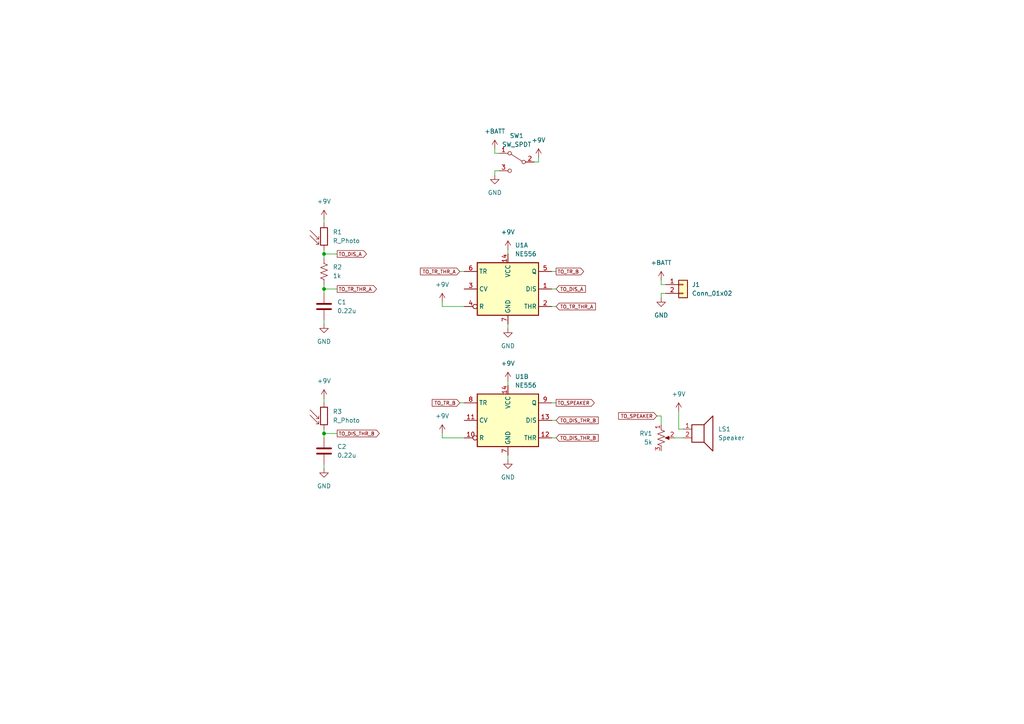
<source format=kicad_sch>
(kicad_sch (version 20211123) (generator eeschema)
  (paper "A4")
  (title_block (title "Business Card") (date "2022-08-22") (rev "2.0"))
  (lib_symbols
    (symbol "Connector_Generic:Conn_01x02" (pin_names (offset 1.016) hide)
      (property "Reference" "J" (at 0 2.54 0))
      (property "Value" "Conn_01x02" (at 0 -5.08 0))
      (symbol "Conn_01x02_1_1"
        (rectangle (start -1.27 -2.413) (end 0 -2.667) (stroke (width 0.1524)))
        (rectangle (start -1.27 0.127) (end 0 -0.127) (stroke (width 0.1524)))
        (rectangle (start -1.27 1.27) (end 1.27 -3.81) (stroke (width 0.254)) (fill (type background)))
        (pin passive line (at -5.08 0 0) (length 3.81) (name "Pin_1") (number "1"))
        (pin passive line (at -5.08 -2.54 0) (length 3.81) (name "Pin_2") (number "2"))
      )
    )
    (symbol "Device:C" (pin_numbers hide) (pin_names (offset 0.254))
      (property "Reference" "C" (at 0.635 2.54 0))
      (property "Value" "C" (at 0.635 -2.54 0))
      (symbol "C_0_1"
        (polyline (pts (xy -2.032 -0.762) (xy 2.032 -0.762)) (stroke (width 0.508)))
        (polyline (pts (xy -2.032 0.762) (xy 2.032 0.762)) (stroke (width 0.508)))
      )
      (symbol "C_1_1"
        (pin passive line (at 0 3.81 270) (length 2.794) (name "~") (number "1"))
        (pin passive line (at 0 -3.81 90) (length 2.794) (name "~") (number "2"))
      )
    )
    (symbol "Device:R_Photo" (pin_numbers hide) (pin_names (offset 0))
      (property "Reference" "R" (at 1.27 1.27 0))
      (property "Value" "R_Photo" (at 1.27 0 0))
      (symbol "R_Photo_0_1"
        (rectangle (start -1.016 2.54) (end 1.016 -2.54) (stroke (width 0.254)))
        (polyline (pts (xy -1.524 -2.286) (xy -4.064 0.254)))
        (polyline (pts (xy -1.524 -2.286) (xy -2.286 -2.286)))
        (polyline (pts (xy -1.524 -2.286) (xy -1.524 -1.524)))
        (polyline (pts (xy -1.524 -0.762) (xy -4.064 1.778)))
        (polyline (pts (xy -1.524 -0.762) (xy -2.286 -0.762)))
        (polyline (pts (xy -1.524 -0.762) (xy -1.524 0)))
      )
      (symbol "R_Photo_1_1"
        (pin passive line (at 0 3.81 270) (length 1.27) (name "~") (number "1"))
        (pin passive line (at 0 -3.81 90) (length 1.27) (name "~") (number "2"))
      )
    )
    (symbol "Device:R_Potentiometer_US" (pin_names (offset 1.016) hide)
      (property "Reference" "RV" (at -4.445 0 90))
      (property "Value" "R_Potentiometer_US" (at -2.54 0 90))
      (symbol "R_Potentiometer_US_0_1"
        (polyline (pts (xy 0 -2.286) (xy 0 -2.54)))
        (polyline (pts (xy 0 2.54) (xy 0 2.286)))
        (polyline (pts (xy 2.54 0) (xy 1.524 0)))
        (polyline (pts (xy 1.143 0) (xy 2.286 0.508) (xy 2.286 -0.508) (xy 1.143 0)) (fill (type outline)))
        (polyline (pts (xy 0 -0.762) (xy 1.016 -1.143) (xy 0 -1.524) (xy -1.016 -1.905) (xy 0 -2.286)))
        (polyline (pts (xy 0 0.762) (xy 1.016 0.381) (xy 0 0) (xy -1.016 -0.381) (xy 0 -0.762)))
        (polyline (pts (xy 0 2.286) (xy 1.016 1.905) (xy 0 1.524) (xy -1.016 1.143) (xy 0 0.762)))
      )
      (symbol "R_Potentiometer_US_1_1"
        (pin passive line (at 0 3.81 270) (length 1.27) (name "1") (number "1"))
        (pin passive line (at 3.81 0 180) (length 1.27) (name "2") (number "2"))
        (pin passive line (at 0 -3.81 90) (length 1.27) (name "3") (number "3"))
      )
    )
    (symbol "Device:R_US" (pin_numbers hide) (pin_names (offset 0))
      (property "Reference" "R" (at 2.54 0 90))
      (property "Value" "R_US" (at -2.54 0 90))
      (symbol "R_US_0_1"
        (polyline (pts (xy 0 -2.286) (xy 0 -2.54)))
        (polyline (pts (xy 0 2.286) (xy 0 2.54)))
        (polyline (pts (xy 0 -0.762) (xy 1.016 -1.143) (xy 0 -1.524) (xy -1.016 -1.905) (xy 0 -2.286)))
        (polyline (pts (xy 0 0.762) (xy 1.016 0.381) (xy 0 0) (xy -1.016 -0.381) (xy 0 -0.762)))
        (polyline (pts (xy 0 2.286) (xy 1.016 1.905) (xy 0 1.524) (xy -1.016 1.143) (xy 0 0.762)))
      )
      (symbol "R_US_1_1"
        (pin passive line (at 0 3.81 270) (length 1.27) (name "~") (number "1"))
        (pin passive line (at 0 -3.81 90) (length 1.27) (name "~") (number "2"))
      )
    )
    (symbol "Device:Speaker" (pin_names (offset 0) hide)
      (property "Reference" "LS" (at 1.27 5.715 0))
      (property "Value" "Speaker" (at 1.27 3.81 0))
      (symbol "Speaker_0_0"
        (rectangle (start -2.54 1.27) (end 1.016 -3.81) (stroke (width 0.254)))
        (polyline (pts (xy 1.016 1.27) (xy 3.556 3.81) (xy 3.556 -6.35) (xy 1.016 -3.81)) (stroke (width 0.254)))
      )
      (symbol "Speaker_1_1"
        (pin input line (at -5.08 0 0) (length 2.54) (name "1") (number "1"))
        (pin input line (at -5.08 -2.54 0) (length 2.54) (name "2") (number "2"))
      )
    )
    (symbol "Switch:SW_SPDT" (pin_names (offset 0) hide)
      (property "Reference" "SW" (at 0 4.318 0))
      (property "Value" "SW_SPDT" (at 0 -5.08 0))
      (symbol "SW_SPDT_0_0"
        (circle (center -2.032 0) (radius 0.508))
        (circle (center 2.032 -2.54) (radius 0.508))
      )
      (symbol "SW_SPDT_0_1"
        (polyline (pts (xy -1.524 0.254) (xy 1.651 2.286)))
        (circle (center 2.032 2.54) (radius 0.508))
      )
      (symbol "SW_SPDT_1_1"
        (pin passive line (at 5.08 2.54 180) (length 2.54) (name "A") (number "1"))
        (pin passive line (at -5.08 0 0) (length 2.54) (name "B") (number "2"))
        (pin passive line (at 5.08 -2.54 180) (length 2.54) (name "C") (number "3"))
      )
    )
    (symbol "Timer:NE556"
      (property "Reference" "U" (at -10.16 8.89 0))
      (property "Value" "NE556" (at -10.16 -8.89 0))
      (symbol "NE556_0_0"
        (pin power_in line (at 0 10.16 270) (length 2.54) (name "VCC") (number "14"))
        (pin power_in line (at 0 -10.16 90) (length 2.54) (name "GND") (number "7"))
      )
      (symbol "NE556_0_1"
        (rectangle (start -8.89 -7.62) (end 8.89 7.62) (stroke (width 0.254)) (fill (type background)))
        (rectangle (start -8.89 -7.62) (end 8.89 7.62) (stroke (width 0.254)) (fill (type background)))
      )
      (symbol "NE556_1_1"
        (pin input line (at 12.7 0 180) (length 3.81) (name "DIS") (number "1"))
        (pin input line (at 12.7 -5.08 180) (length 3.81) (name "THR") (number "2"))
        (pin input line (at -12.7 0 0) (length 3.81) (name "CV") (number "3"))
        (pin input inverted (at -12.7 -5.08 0) (length 3.81) (name "R") (number "4"))
        (pin output line (at 12.7 5.08 180) (length 3.81) (name "Q") (number "5"))
        (pin input line (at -12.7 5.08 0) (length 3.81) (name "TR") (number "6"))
      )
      (symbol "NE556_2_1"
        (pin input inverted (at -12.7 -5.08 0) (length 3.81) (name "R") (number "10"))
        (pin input line (at -12.7 0 0) (length 3.81) (name "CV") (number "11"))
        (pin input line (at 12.7 -5.08 180) (length 3.81) (name "THR") (number "12"))
        (pin input line (at 12.7 0 180) (length 3.81) (name "DIS") (number "13"))
        (pin input line (at -12.7 5.08 0) (length 3.81) (name "TR") (number "8"))
        (pin output line (at 12.7 5.08 180) (length 3.81) (name "Q") (number "9"))
      )
    )
    (symbol "power:+9V" (power) (pin_names (offset 0))
      (property "Value" "+9V" (at 0 3.556 0))
      (symbol "+9V_0_1"
        (polyline (pts (xy -0.762 1.27) (xy 0 2.54)))
        (polyline (pts (xy 0 0) (xy 0 2.54)))
        (polyline (pts (xy 0 2.54) (xy 0.762 1.27)))
      )
      (symbol "+9V_1_1"
        (pin power_in line (at 0 0 90) (length 0) hide (name "+9V") (number "1"))
      )
    )
    (symbol "power:+BATT" (power) (pin_names (offset 0))
      (property "Value" "+BATT" (at 0 3.556 0))
      (symbol "+BATT_0_1"
        (polyline (pts (xy -0.762 1.27) (xy 0 2.54)))
        (polyline (pts (xy 0 0) (xy 0 2.54)))
        (polyline (pts (xy 0 2.54) (xy 0.762 1.27)))
      )
      (symbol "+BATT_1_1"
        (pin power_in line (at 0 0 90) (length 0) hide (name "+BATT") (number "1"))
      )
    )
    (symbol "power:GND" (power) (pin_names (offset 0))
      (property "Value" "GND" (at 0 -3.81 0))
      (symbol "GND_0_1"
        (polyline (pts (xy 0 0) (xy 0 -1.27) (xy 1.27 -1.27) (xy 0 -2.54) (xy -1.27 -1.27) (xy 0 -1.27)))
      )
      (symbol "GND_1_1"
        (pin power_in line (at 0 0 270) (length 0) hide (name "GND") (number "1"))
      )
    )
  )
  (junction (at 93.98 73.66))
  (junction (at 93.98 83.82))
  (junction (at 93.98 125.73))
  (wire (pts (xy 154.94 46.99) (xy 156.21 46.99)))
  (wire (pts (xy 93.98 72.39) (xy 93.98 73.66)))
  (wire (pts (xy 93.98 125.73) (xy 93.98 127)))
  (wire (pts (xy 191.77 81.28) (xy 191.77 82.55)))
  (wire (pts (xy 93.98 124.46) (xy 93.98 125.73)))
  (wire (pts (xy 147.32 93.98) (xy 147.32 95.25)))
  (wire (pts (xy 128.27 87.63) (xy 128.27 88.9)))
  (wire (pts (xy 93.98 82.55) (xy 93.98 83.82)))
  (wire (pts (xy 93.98 92.71) (xy 93.98 93.98)))
  (wire (pts (xy 147.32 132.08) (xy 147.32 133.35)))
  (wire (pts (xy 128.27 88.9) (xy 134.62 88.9)))
  (wire (pts (xy 93.98 73.66) (xy 97.79 73.66)))
  (wire (pts (xy 198.12 124.46) (xy 196.85 124.46)))
  (wire (pts (xy 160.02 83.82) (xy 161.29 83.82)))
  (wire (pts (xy 147.32 72.39) (xy 147.32 73.66)))
  (wire (pts (xy 160.02 78.74) (xy 161.29 78.74)))
  (wire (pts (xy 143.51 49.53) (xy 144.78 49.53)))
  (wire (pts (xy 143.51 50.8) (xy 143.51 49.53)))
  (wire (pts (xy 147.32 110.49) (xy 147.32 111.76)))
  (wire (pts (xy 133.35 116.84) (xy 134.62 116.84)))
  (wire (pts (xy 160.02 127) (xy 161.29 127)))
  (wire (pts (xy 196.85 124.46) (xy 196.85 119.38)))
  (wire (pts (xy 191.77 82.55) (xy 193.04 82.55)))
  (wire (pts (xy 191.77 120.65) (xy 191.77 123.19)))
  (wire (pts (xy 133.35 78.74) (xy 134.62 78.74)))
  (wire (pts (xy 160.02 88.9) (xy 161.29 88.9)))
  (wire (pts (xy 156.21 45.72) (xy 156.21 46.99)))
  (wire (pts (xy 191.77 85.09) (xy 193.04 85.09)))
  (wire (pts (xy 143.51 44.45) (xy 144.78 44.45)))
  (wire (pts (xy 93.98 125.73) (xy 97.79 125.73)))
  (wire (pts (xy 128.27 127) (xy 134.62 127)))
  (wire (pts (xy 191.77 86.36) (xy 191.77 85.09)))
  (wire (pts (xy 195.58 127) (xy 198.12 127)))
  (wire (pts (xy 160.02 116.84) (xy 161.29 116.84)))
  (wire (pts (xy 160.02 121.92) (xy 161.29 121.92)))
  (wire (pts (xy 93.98 73.66) (xy 93.98 74.93)))
  (wire (pts (xy 190.5 120.65) (xy 191.77 120.65)))
  (wire (pts (xy 93.98 134.62) (xy 93.98 135.89)))
  (wire (pts (xy 143.51 43.18) (xy 143.51 44.45)))
  (wire (pts (xy 128.27 125.73) (xy 128.27 127)))
  (wire (pts (xy 93.98 83.82) (xy 93.98 85.09)))
  (wire (pts (xy 93.98 83.82) (xy 97.79 83.82)))
  (wire (pts (xy 93.98 115.57) (xy 93.98 116.84)))
  (wire (pts (xy 93.98 63.5) (xy 93.98 64.77)))
  (global_label "TO_DIS_THR_B" (shape output) (at 97.79 125.73 0) (effects (font (size 1 1))) (property "Intersheet References" "${INTERSHEET_REFS}" (effects hide)))
  (global_label "TO_DIS_THR_B" (shape input) (at 161.29 121.92 0) (effects (font (size 1 1))) (property "Intersheet References" "${INTERSHEET_REFS}" (effects hide)))
  (global_label "TO_TR_B" (shape input) (at 133.35 116.84 180) (effects (font (size 1 1))) (property "Intersheet References" "${INTERSHEET_REFS}" (effects hide)))
  (global_label "TO_TR_B" (shape output) (at 161.29 78.74 0) (effects (font (size 1 1))) (property "Intersheet References" "${INTERSHEET_REFS}" (effects hide)))
  (global_label "TO_SPEAKER" (shape input) (at 190.5 120.65 180) (effects (font (size 1 1))) (property "Intersheet References" "${INTERSHEET_REFS}" (effects hide)))
  (global_label "TO_DIS_THR_B" (shape input) (at 161.29 127 0) (effects (font (size 1 1))) (property "Intersheet References" "${INTERSHEET_REFS}" (effects hide)))
  (global_label "TO_DIS_A" (shape output) (at 97.79 73.66 0) (effects (font (size 1 1))) (property "Intersheet References" "${INTERSHEET_REFS}" (effects hide)))
  (global_label "TO_SPEAKER" (shape output) (at 161.29 116.84 0) (effects (font (size 1 1))) (property "Intersheet References" "${INTERSHEET_REFS}" (effects hide)))
  (global_label "TO_DIS_A" (shape input) (at 161.29 83.82 0) (effects (font (size 1 1))) (property "Intersheet References" "${INTERSHEET_REFS}" (effects hide)))
  (global_label "TO_TR_THR_A" (shape input) (at 133.35 78.74 180) (effects (font (size 1 1))) (property "Intersheet References" "${INTERSHEET_REFS}" (effects hide)))
  (global_label "TO_TR_THR_A" (shape input) (at 161.29 88.9 0) (effects (font (size 1 1))) (property "Intersheet References" "${INTERSHEET_REFS}" (effects hide)))
  (global_label "TO_TR_THR_A" (shape output) (at 97.79 83.82 0) (effects (font (size 1 1))) (property "Intersheet References" "${INTERSHEET_REFS}" (effects hide)))
  (symbol (lib_id "power:+9V") (at 93.98 63.5 0) (unit 1)
    (property "Reference" "#PWR01" (effects hide))
    (property "Value" "+9V" (at 93.98 58.42 0))
  )
  (symbol (lib_id "Device:R_US") (at 93.98 78.74 0) (unit 1)
    (property "Reference" "R2" (at 96.52 77.4699 0) (effects (justify left)))
    (property "Value" "1k" (at 96.52 80.0099 0) (effects (justify left)))
    (property "Footprint" "Resistor_THT:R_Axial_DIN0207_L6.3mm_D2.5mm_P7.62mm_Horizontal" (effects hide))
  )
  (symbol (lib_id "power:GND") (at 147.32 95.25 0) (unit 1)
    (property "Reference" "#PWR08" (effects hide))
    (property "Value" "GND" (at 147.32 100.33 0))
  )
  (symbol (lib_id "power:+9V") (at 196.85 119.38 0) (unit 1)
    (property "Reference" "#PWR016" (effects hide))
    (property "Value" "+9V" (at 196.85 114.3 0))
  )
  (symbol (lib_id "Timer:NE556") (at 147.32 121.92 0) (unit 2)
    (property "Reference" "U1" (at 149.3394 109.22 0) (effects (justify left)))
    (property "Value" "NE556" (at 149.3394 111.76 0) (effects (justify left)))
    (property "Datasheet" "http://www.ti.com/lit/ds/symlink/ne556.pdf" (effects hide))
  )
  (symbol (lib_id "power:GND") (at 147.32 133.35 0) (unit 1)
    (property "Reference" "#PWR010" (effects hide))
    (property "Value" "GND" (at 147.32 138.43 0))
  )
  (symbol (lib_id "power:+9V") (at 156.21 45.72 0) (unit 1)
    (property "Reference" "#PWR015" (effects hide))
    (property "Value" "+9V" (at 156.21 40.64 0))
  )
  (symbol (lib_id "power:GND") (at 143.51 50.8 0) (unit 1)
    (property "Reference" "#PWR09" (effects hide))
    (property "Value" "GND" (at 143.51 55.88 0))
  )
  (symbol (lib_id "power:+BATT") (at 191.77 81.28 0) (unit 1)
    (property "Reference" "#PWR011" (effects hide))
    (property "Value" "+BATT" (at 191.77 76.2 0))
  )
  (symbol (lib_id "power:GND") (at 191.77 86.36 0) (unit 1)
    (property "Reference" "#PWR012" (effects hide))
    (property "Value" "GND" (at 191.77 91.44 0))
  )
  (symbol (lib_id "power:+9V") (at 93.98 115.57 0) (unit 1)
    (property "Reference" "#PWR03" (effects hide))
    (property "Value" "+9V" (at 93.98 110.49 0))
  )
  (symbol (lib_id "Connector_Generic:Conn_01x02") (at 198.12 82.55 0) (unit 1)
    (property "Reference" "J1" (at 200.66 82.5499 0) (effects (justify left)))
    (property "Value" "Conn_01x02" (at 200.66 85.0899 0) (effects (justify left)))
    (property "Footprint" "Connector_PinSocket_2.54mm:PinSocket_1x02_P2.54mm_Vertical" (effects hide))
  )
  (symbol (lib_id "Switch:SW_SPDT") (at 149.86 46.99 0) (mirror y) (unit 1)
    (property "Reference" "SW1" (at 149.86 39.37 0))
    (property "Value" "SW_SPDT" (at 149.86 41.91 0))
    (property "Footprint" "Connector_PinSocket_2.54mm:PinSocket_1x03_P2.54mm_Vertical" (effects hide))
  )
  (symbol (lib_id "Device:R_Photo") (at 93.98 68.58 0) (unit 1)
    (property "Reference" "R1" (at 96.52 67.3099 0) (effects (justify left)))
    (property "Value" "R_Photo" (at 96.52 69.8499 0) (effects (justify left)))
    (property "Footprint" "Resistor_THT:R_Axial_DIN0207_L6.3mm_D2.5mm_P5.08mm_Vertical" (effects hide))
  )
  (symbol (lib_id "Timer:NE556") (at 147.32 83.82 0) (unit 1)
    (property "Reference" "U1" (at 149.3394 71.12 0) (effects (justify left)))
    (property "Value" "NE556" (at 149.3394 73.66 0) (effects (justify left)))
    (property "Footprint" "Package_DIP:DIP-14_W7.62mm_Socket_LongPads" (effects hide))
    (property "Datasheet" "http://www.ti.com/lit/ds/symlink/ne556.pdf" (effects hide))
  )
  (symbol (lib_id "power:+9V") (at 128.27 125.73 0) (unit 1)
    (property "Reference" "#PWR06" (effects hide))
    (property "Value" "+9V" (at 128.27 120.65 0))
  )
  (symbol (lib_id "Device:R_Potentiometer_US") (at 191.77 127 0) (unit 1)
    (property "Reference" "RV1" (at 189.23 125.7299 0) (effects (justify right)))
    (property "Value" "5k" (at 189.23 128.2699 0) (effects (justify right)))
    (property "Footprint" "Potentiometer_THT:Potentiometer_Bourns_3386C_Horizontal" (effects hide))
  )
  (symbol (lib_id "power:GND") (at 93.98 135.89 0) (unit 1)
    (property "Reference" "#PWR04" (effects hide))
    (property "Value" "GND" (at 93.98 140.97 0))
  )
  (symbol (lib_id "power:+9V") (at 128.27 87.63 0) (unit 1)
    (property "Reference" "#PWR05" (effects hide))
    (property "Value" "+9V" (at 128.27 82.55 0))
  )
  (symbol (lib_id "power:+9V") (at 147.32 110.49 0) (unit 1)
    (property "Reference" "#PWR014" (effects hide))
    (property "Value" "+9V" (at 147.32 105.41 0))
  )
  (symbol (lib_id "power:GND") (at 93.98 93.98 0) (unit 1)
    (property "Reference" "#PWR02" (effects hide))
    (property "Value" "GND" (at 93.98 99.06 0))
  )
  (symbol (lib_id "power:+9V") (at 147.32 72.39 0) (unit 1)
    (property "Reference" "#PWR013" (effects hide))
    (property "Value" "+9V" (at 147.32 67.31 0))
  )
  (symbol (lib_id "Device:C") (at 93.98 130.81 0) (unit 1)
    (property "Reference" "C2" (at 97.79 129.5399 0) (effects (justify left)))
    (property "Value" "0.22u" (at 97.79 132.0799 0) (effects (justify left)))
    (property "Footprint" "Capacitor_THT:C_Disc_D7.0mm_W2.5mm_P5.00mm" (effects hide))
  )
  (symbol (lib_id "power:+BATT") (at 143.51 43.18 0) (unit 1)
    (property "Reference" "#PWR07" (effects hide))
    (property "Value" "+BATT" (at 143.51 38.1 0))
  )
  (symbol (lib_id "Device:Speaker") (at 203.2 124.46 0) (unit 1)
    (property "Reference" "LS1" (at 208.28 124.4599 0) (effects (justify left)))
    (property "Value" "Speaker" (at 208.28 126.9999 0) (effects (justify left)))
    (property "Footprint" "Connector_PinSocket_2.54mm:PinSocket_1x02_P2.54mm_Vertical" (effects hide))
  )
  (symbol (lib_id "Device:C") (at 93.98 88.9 0) (unit 1)
    (property "Reference" "C1" (at 97.79 87.6299 0) (effects (justify left)))
    (property "Value" "0.22u" (at 97.79 90.1699 0) (effects (justify left)))
    (property "Footprint" "Capacitor_THT:C_Disc_D7.0mm_W2.5mm_P5.00mm" (effects hide))
  )
  (symbol (lib_id "Device:R_Photo") (at 93.98 120.65 0) (unit 1)
    (property "Reference" "R3" (at 96.52 119.3799 0) (effects (justify left)))
    (property "Value" "R_Photo" (at 96.52 121.9199 0) (effects (justify left)))
    (property "Footprint" "Resistor_THT:R_Axial_DIN0207_L6.3mm_D2.5mm_P5.08mm_Vertical" (effects hide))
  )
)
</source>
